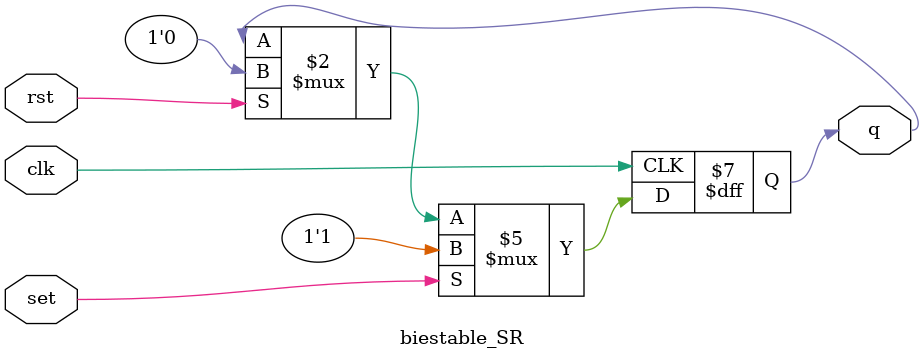
<source format=v>

`default_nettype none

module biestable_SR (input wire clk, input wire set, input wire rst, output reg q);
 
 always @(posedge(clk))
 	if (set)
 		q <= 1'b1;
 	else if (rst)
 		q <= 1'b0;
 		
endmodule
 		
 		

</source>
